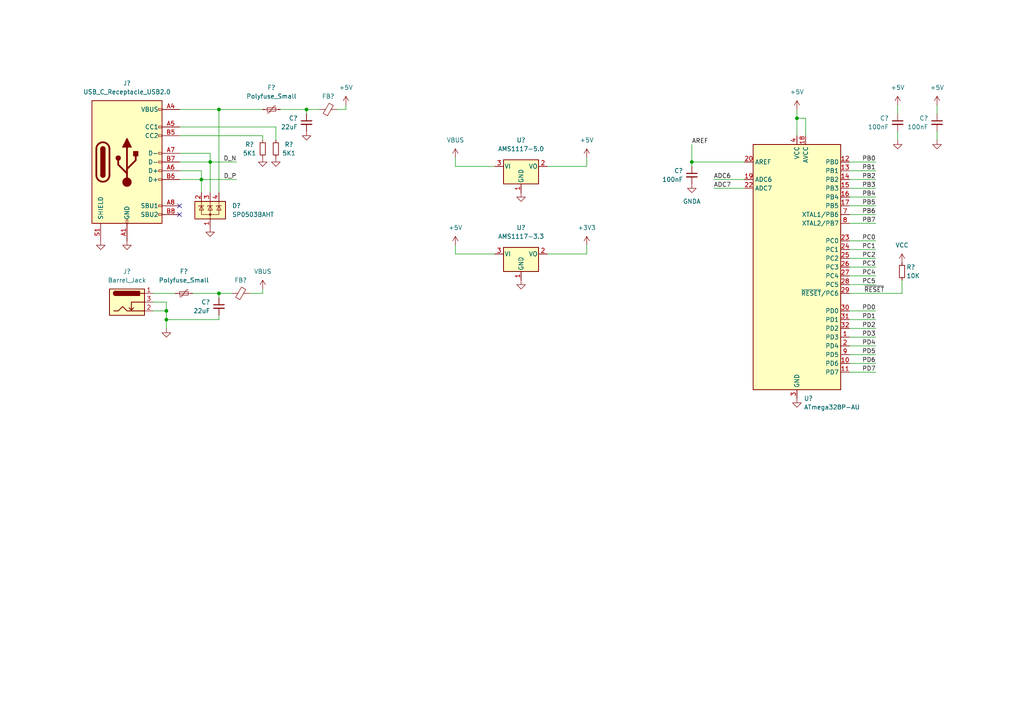
<source format=kicad_sch>
(kicad_sch (version 20211123) (generator eeschema)
  (paper "A4")
  (lib_symbols
    (symbol "Connector:Barrel_Jack_Switch" (pin_names hide)
      (property "Reference" "J" (at 0 5.334 0))
      (property "Value" "Barrel_Jack_Switch" (at 0 -5.08 0))
      (symbol "Barrel_Jack_Switch_0_1"
        (rectangle (start -5.08 3.81) (end 5.08 -3.81) (stroke (width 0.254)) (fill (type background)))
        (arc (start -3.302 3.175) (mid -3.937 2.54) (end -3.302 1.905) (stroke (width 0.254)))
        (arc (start -3.302 3.175) (mid -3.937 2.54) (end -3.302 1.905) (stroke (width 0.254)) (fill (type outline)))
        (polyline (pts (xy 1.27 -2.286) (xy 1.905 -1.651)) (stroke (width 0.254)))
        (polyline (pts (xy 5.08 2.54) (xy 3.81 2.54)) (stroke (width 0.254)))
        (polyline (pts (xy 5.08 0) (xy 1.27 0) (xy 1.27 -2.286) (xy 0.635 -1.651)) (stroke (width 0.254)))
        (polyline (pts (xy -3.81 -2.54) (xy -2.54 -2.54) (xy -1.27 -1.27) (xy 0 -2.54) (xy 2.54 -2.54) (xy 5.08 -2.54)) (stroke (width 0.254)))
        (rectangle (start 3.683 3.175) (end -3.302 1.905) (stroke (width 0.254)) (fill (type outline)))
      )
      (symbol "Barrel_Jack_Switch_1_1"
        (pin passive line (at 7.62 2.54 180) (length 2.54) (name "~") (number "1"))
        (pin passive line (at 7.62 -2.54 180) (length 2.54) (name "~") (number "2"))
        (pin passive line (at 7.62 0 180) (length 2.54) (name "~") (number "3"))
      )
    )
    (symbol "Connector:USB_C_Receptacle_USB2.0" (pin_names (offset 1.016))
      (property "Reference" "J" (at -10.16 19.05 0))
      (property "Value" "USB_C_Receptacle_USB2.0" (at 19.05 19.05 0))
      (symbol "USB_C_Receptacle_USB2.0_0_0"
        (rectangle (start -0.254 -17.78) (end 0.254 -16.764))
        (rectangle (start 10.16 -14.986) (end 9.144 -15.494))
        (rectangle (start 10.16 -12.446) (end 9.144 -12.954))
        (rectangle (start 10.16 -4.826) (end 9.144 -5.334))
        (rectangle (start 10.16 -2.286) (end 9.144 -2.794))
        (rectangle (start 10.16 0.254) (end 9.144 -0.254))
        (rectangle (start 10.16 2.794) (end 9.144 2.286))
        (rectangle (start 10.16 7.874) (end 9.144 7.366))
        (rectangle (start 10.16 10.414) (end 9.144 9.906))
        (rectangle (start 10.16 15.494) (end 9.144 14.986))
      )
      (symbol "USB_C_Receptacle_USB2.0_0_1"
        (rectangle (start -10.16 17.78) (end 10.16 -17.78) (stroke (width 0.254)) (fill (type background)))
        (arc (start -8.89 -3.81) (mid -6.985 -5.715) (end -5.08 -3.81) (stroke (width 0.508)))
        (arc (start -7.62 -3.81) (mid -6.985 -4.445) (end -6.35 -3.81) (stroke (width 0.254)))
        (arc (start -7.62 -3.81) (mid -6.985 -4.445) (end -6.35 -3.81) (stroke (width 0.254)) (fill (type outline)))
        (rectangle (start -7.62 -3.81) (end -6.35 3.81) (stroke (width 0.254)) (fill (type outline)))
        (arc (start -6.35 3.81) (mid -6.985 4.445) (end -7.62 3.81) (stroke (width 0.254)))
        (arc (start -6.35 3.81) (mid -6.985 4.445) (end -7.62 3.81) (stroke (width 0.254)) (fill (type outline)))
        (arc (start -5.08 3.81) (mid -6.985 5.715) (end -8.89 3.81) (stroke (width 0.508)))
        (circle (center -2.54 1.143) (radius 0.635) (stroke (width 0.254)) (fill (type outline)))
        (circle (center 0 -5.842) (radius 1.27) (fill (type outline)))
        (polyline (pts (xy -8.89 -3.81) (xy -8.89 3.81)) (stroke (width 0.508)))
        (polyline (pts (xy -5.08 3.81) (xy -5.08 -3.81)) (stroke (width 0.508)))
        (polyline (pts (xy 0 -5.842) (xy 0 4.318)) (stroke (width 0.508)))
        (polyline (pts (xy 0 -3.302) (xy -2.54 -0.762) (xy -2.54 0.508)) (stroke (width 0.508)))
        (polyline (pts (xy 0 -2.032) (xy 2.54 0.508) (xy 2.54 1.778)) (stroke (width 0.508)))
        (polyline (pts (xy -1.27 4.318) (xy 0 6.858) (xy 1.27 4.318) (xy -1.27 4.318)) (stroke (width 0.254)) (fill (type outline)))
        (rectangle (start 1.905 1.778) (end 3.175 3.048) (stroke (width 0.254)) (fill (type outline)))
      )
      (symbol "USB_C_Receptacle_USB2.0_1_1"
        (pin passive line (at 0 -22.86 90) (length 5.08) (name "GND") (number "A1"))
        (pin passive line (at 0 -22.86 90) (length 5.08) hide (name "GND") (number "A12"))
        (pin passive line (at 15.24 15.24 180) (length 5.08) (name "VBUS") (number "A4"))
        (pin bidirectional line (at 15.24 10.16 180) (length 5.08) (name "CC1") (number "A5"))
        (pin bidirectional line (at 15.24 -2.54 180) (length 5.08) (name "D+") (number "A6"))
        (pin bidirectional line (at 15.24 2.54 180) (length 5.08) (name "D-") (number "A7"))
        (pin bidirectional line (at 15.24 -12.7 180) (length 5.08) (name "SBU1") (number "A8"))
        (pin passive line (at 15.24 15.24 180) (length 5.08) hide (name "VBUS") (number "A9"))
        (pin passive line (at 0 -22.86 90) (length 5.08) hide (name "GND") (number "B1"))
        (pin passive line (at 0 -22.86 90) (length 5.08) hide (name "GND") (number "B12"))
        (pin passive line (at 15.24 15.24 180) (length 5.08) hide (name "VBUS") (number "B4"))
        (pin bidirectional line (at 15.24 7.62 180) (length 5.08) (name "CC2") (number "B5"))
        (pin bidirectional line (at 15.24 -5.08 180) (length 5.08) (name "D+") (number "B6"))
        (pin bidirectional line (at 15.24 0 180) (length 5.08) (name "D-") (number "B7"))
        (pin bidirectional line (at 15.24 -15.24 180) (length 5.08) (name "SBU2") (number "B8"))
        (pin passive line (at 15.24 15.24 180) (length 5.08) hide (name "VBUS") (number "B9"))
        (pin passive line (at -7.62 -22.86 90) (length 5.08) (name "SHIELD") (number "S1"))
      )
    )
    (symbol "Device:C_Small" (pin_numbers hide) (pin_names (offset 0.254) hide)
      (property "Reference" "C" (at 0.254 1.778 0))
      (property "Value" "C_Small" (at 0.254 -2.032 0))
      (symbol "C_Small_0_1"
        (polyline (pts (xy -1.524 -0.508) (xy 1.524 -0.508)) (stroke (width 0.3302)))
        (polyline (pts (xy -1.524 0.508) (xy 1.524 0.508)) (stroke (width 0.3048)))
      )
      (symbol "C_Small_1_1"
        (pin passive line (at 0 2.54 270) (length 2.032) (name "~") (number "1"))
        (pin passive line (at 0 -2.54 90) (length 2.032) (name "~") (number "2"))
      )
    )
    (symbol "Device:FerriteBead_Small" (pin_numbers hide) (pin_names (offset 0))
      (property "Reference" "FB" (at 1.905 1.27 0))
      (property "Value" "FerriteBead_Small" (at 1.905 -1.27 0))
      (symbol "FerriteBead_Small_0_1"
        (polyline (pts (xy 0 -1.27) (xy 0 -0.7874)))
        (polyline (pts (xy 0 0.889) (xy 0 1.2954)))
        (polyline (pts (xy -1.8288 0.2794) (xy -1.1176 1.4986) (xy 1.8288 -0.2032) (xy 1.1176 -1.4224) (xy -1.8288 0.2794)))
      )
      (symbol "FerriteBead_Small_1_1"
        (pin passive line (at 0 2.54 270) (length 1.27) (name "~") (number "1"))
        (pin passive line (at 0 -2.54 90) (length 1.27) (name "~") (number "2"))
      )
    )
    (symbol "Device:Polyfuse_Small" (pin_numbers hide) (pin_names (offset 0))
      (property "Reference" "F" (at -1.905 0 90))
      (property "Value" "Polyfuse_Small" (at 1.905 0 90))
      (symbol "Polyfuse_Small_0_1"
        (rectangle (start -0.508 1.27) (end 0.508 -1.27))
        (polyline (pts (xy 0 2.54) (xy 0 -2.54)))
        (polyline (pts (xy -1.016 1.27) (xy -1.016 0.762) (xy 1.016 -0.762) (xy 1.016 -1.27)))
      )
      (symbol "Polyfuse_Small_1_1"
        (pin passive line (at 0 2.54 270) (length 0.635) (name "~") (number "1"))
        (pin passive line (at 0 -2.54 90) (length 0.635) (name "~") (number "2"))
      )
    )
    (symbol "Device:R_Small" (pin_numbers hide) (pin_names (offset 0.254) hide)
      (property "Reference" "R" (at 0.762 0.508 0))
      (property "Value" "R_Small" (at 0.762 -1.016 0))
      (symbol "R_Small_0_1"
        (rectangle (start -0.762 1.778) (end 0.762 -1.778) (stroke (width 0.2032)))
      )
      (symbol "R_Small_1_1"
        (pin passive line (at 0 2.54 270) (length 0.762) (name "~") (number "1"))
        (pin passive line (at 0 -2.54 90) (length 0.762) (name "~") (number "2"))
      )
    )
    (symbol "MCU_Microchip_ATmega:ATmega328P-A"
      (property "Reference" "U" (at -12.7 36.83 0))
      (property "Value" "ATmega328P-A" (at 2.54 -36.83 0))
      (symbol "ATmega328P-A_0_1"
        (rectangle (start -12.7 -35.56) (end 12.7 35.56) (stroke (width 0.254)) (fill (type background)))
      )
      (symbol "ATmega328P-A_1_1"
        (pin bidirectional line (at 15.24 -20.32 180) (length 2.54) (name "PD3") (number "1"))
        (pin bidirectional line (at 15.24 -27.94 180) (length 2.54) (name "PD6") (number "10"))
        (pin bidirectional line (at 15.24 -30.48 180) (length 2.54) (name "PD7") (number "11"))
        (pin bidirectional line (at 15.24 30.48 180) (length 2.54) (name "PB0") (number "12"))
        (pin bidirectional line (at 15.24 27.94 180) (length 2.54) (name "PB1") (number "13"))
        (pin bidirectional line (at 15.24 25.4 180) (length 2.54) (name "PB2") (number "14"))
        (pin bidirectional line (at 15.24 22.86 180) (length 2.54) (name "PB3") (number "15"))
        (pin bidirectional line (at 15.24 20.32 180) (length 2.54) (name "PB4") (number "16"))
        (pin bidirectional line (at 15.24 17.78 180) (length 2.54) (name "PB5") (number "17"))
        (pin power_in line (at 2.54 38.1 270) (length 2.54) (name "AVCC") (number "18"))
        (pin input line (at -15.24 25.4 0) (length 2.54) (name "ADC6") (number "19"))
        (pin bidirectional line (at 15.24 -22.86 180) (length 2.54) (name "PD4") (number "2"))
        (pin passive line (at -15.24 30.48 0) (length 2.54) (name "AREF") (number "20"))
        (pin passive line (at 0 -38.1 90) (length 2.54) hide (name "GND") (number "21"))
        (pin input line (at -15.24 22.86 0) (length 2.54) (name "ADC7") (number "22"))
        (pin bidirectional line (at 15.24 7.62 180) (length 2.54) (name "PC0") (number "23"))
        (pin bidirectional line (at 15.24 5.08 180) (length 2.54) (name "PC1") (number "24"))
        (pin bidirectional line (at 15.24 2.54 180) (length 2.54) (name "PC2") (number "25"))
        (pin bidirectional line (at 15.24 0 180) (length 2.54) (name "PC3") (number "26"))
        (pin bidirectional line (at 15.24 -2.54 180) (length 2.54) (name "PC4") (number "27"))
        (pin bidirectional line (at 15.24 -5.08 180) (length 2.54) (name "PC5") (number "28"))
        (pin bidirectional line (at 15.24 -7.62 180) (length 2.54) (name "~{RESET}/PC6") (number "29"))
        (pin power_in line (at 0 -38.1 90) (length 2.54) (name "GND") (number "3"))
        (pin bidirectional line (at 15.24 -12.7 180) (length 2.54) (name "PD0") (number "30"))
        (pin bidirectional line (at 15.24 -15.24 180) (length 2.54) (name "PD1") (number "31"))
        (pin bidirectional line (at 15.24 -17.78 180) (length 2.54) (name "PD2") (number "32"))
        (pin power_in line (at 0 38.1 270) (length 2.54) (name "VCC") (number "4"))
        (pin passive line (at 0 -38.1 90) (length 2.54) hide (name "GND") (number "5"))
        (pin passive line (at 0 38.1 270) (length 2.54) hide (name "VCC") (number "6"))
        (pin bidirectional line (at 15.24 15.24 180) (length 2.54) (name "XTAL1/PB6") (number "7"))
        (pin bidirectional line (at 15.24 12.7 180) (length 2.54) (name "XTAL2/PB7") (number "8"))
        (pin bidirectional line (at 15.24 -25.4 180) (length 2.54) (name "PD5") (number "9"))
      )
    )
    (symbol "Power_Protection:SP0503BAHT" (pin_names hide)
      (property "Reference" "D" (at 5.715 2.54 0))
      (property "Value" "SP0503BAHT" (at 5.715 0.635 0))
      (symbol "SP0503BAHT_0_0"
        (pin passive line (at 0 -5.08 90) (length 2.54) (name "A") (number "1"))
      )
      (symbol "SP0503BAHT_0_1"
        (rectangle (start -4.445 2.54) (end 4.445 -2.54) (stroke (width 0.254)) (fill (type background)))
        (circle (center 0 -1.27) (radius 0.254) (fill (type outline)))
        (polyline (pts (xy -2.54 2.54) (xy -2.54 1.27)))
        (polyline (pts (xy 0 -1.27) (xy 0 -2.54)))
        (polyline (pts (xy 0 -1.27) (xy 0 1.27)))
        (polyline (pts (xy 0 2.54) (xy 0 1.27)))
        (polyline (pts (xy 0.635 1.27) (xy 0.762 1.27)))
        (polyline (pts (xy 2.54 2.54) (xy 2.54 1.27)))
        (polyline (pts (xy 0.635 1.27) (xy -0.762 1.27) (xy -0.762 1.016)))
        (polyline (pts (xy -3.302 1.016) (xy -3.302 1.27) (xy -1.905 1.27) (xy -1.778 1.27)))
        (polyline (pts (xy -2.54 1.27) (xy -2.54 -1.27) (xy 2.54 -1.27) (xy 2.54 1.27)))
        (polyline (pts (xy -2.54 1.27) (xy -1.905 0) (xy -3.175 0) (xy -2.54 1.27)))
        (polyline (pts (xy 0.635 0) (xy -0.635 0) (xy 0 1.27) (xy 0.635 0)))
        (polyline (pts (xy 1.778 1.016) (xy 1.778 1.27) (xy 3.175 1.27) (xy 3.302 1.27)))
        (polyline (pts (xy 2.54 1.27) (xy 1.905 0) (xy 3.175 0) (xy 2.54 1.27)))
      )
      (symbol "SP0503BAHT_1_1"
        (pin passive line (at -2.54 5.08 270) (length 2.54) (name "K") (number "2"))
        (pin passive line (at 0 5.08 270) (length 2.54) (name "K") (number "3"))
        (pin passive line (at 2.54 5.08 270) (length 2.54) (name "K") (number "4"))
      )
    )
    (symbol "Regulator_Linear:AMS1117-3.3" (pin_names (offset 0.254))
      (property "Reference" "U" (at -3.81 3.175 0))
      (property "Value" "AMS1117-3.3" (at 0 3.175 0))
      (symbol "AMS1117-3.3_0_1"
        (rectangle (start -5.08 -5.08) (end 5.08 1.905) (stroke (width 0.254)) (fill (type background)))
      )
      (symbol "AMS1117-3.3_1_1"
        (pin power_in line (at 0 -7.62 90) (length 2.54) (name "GND") (number "1"))
        (pin power_out line (at 7.62 0 180) (length 2.54) (name "VO") (number "2"))
        (pin power_in line (at -7.62 0 0) (length 2.54) (name "VI") (number "3"))
      )
    )
    (symbol "Regulator_Linear:AMS1117-5.0" (pin_names (offset 0.254))
      (property "Reference" "U" (at -3.81 3.175 0))
      (property "Value" "AMS1117-5.0" (at 0 3.175 0))
      (symbol "AMS1117-5.0_0_1"
        (rectangle (start -5.08 -5.08) (end 5.08 1.905) (stroke (width 0.254)) (fill (type background)))
      )
      (symbol "AMS1117-5.0_1_1"
        (pin power_in line (at 0 -7.62 90) (length 2.54) (name "GND") (number "1"))
        (pin power_out line (at 7.62 0 180) (length 2.54) (name "VO") (number "2"))
        (pin power_in line (at -7.62 0 0) (length 2.54) (name "VI") (number "3"))
      )
    )
    (symbol "power:+3V3" (power) (pin_names (offset 0))
      (property "Value" "+3V3" (at 0 3.556 0))
      (symbol "+3V3_0_1"
        (polyline (pts (xy -0.762 1.27) (xy 0 2.54)))
        (polyline (pts (xy 0 0) (xy 0 2.54)))
        (polyline (pts (xy 0 2.54) (xy 0.762 1.27)))
      )
      (symbol "+3V3_1_1"
        (pin power_in line (at 0 0 90) (length 0) hide (name "+3V3") (number "1"))
      )
    )
    (symbol "power:+5V" (power) (pin_names (offset 0))
      (property "Value" "+5V" (at 0 3.556 0))
      (symbol "+5V_0_1"
        (polyline (pts (xy -0.762 1.27) (xy 0 2.54)))
        (polyline (pts (xy 0 0) (xy 0 2.54)))
        (polyline (pts (xy 0 2.54) (xy 0.762 1.27)))
      )
      (symbol "+5V_1_1"
        (pin power_in line (at 0 0 90) (length 0) hide (name "+5V") (number "1"))
      )
    )
    (symbol "power:GND" (power) (pin_names (offset 0))
      (property "Value" "GND" (at 0 -3.81 0))
      (symbol "GND_0_1"
        (polyline (pts (xy 0 0) (xy 0 -1.27) (xy 1.27 -1.27) (xy 0 -2.54) (xy -1.27 -1.27) (xy 0 -1.27)))
      )
      (symbol "GND_1_1"
        (pin power_in line (at 0 0 270) (length 0) hide (name "GND") (number "1"))
      )
    )
    (symbol "power:GNDA" (power) (pin_names (offset 0))
      (property "Value" "GNDA" (at 0 -3.81 0))
      (symbol "GNDA_0_1"
        (polyline (pts (xy 0 0) (xy 0 -1.27) (xy 1.27 -1.27) (xy 0 -2.54) (xy -1.27 -1.27) (xy 0 -1.27)))
      )
      (symbol "GNDA_1_1"
        (pin power_in line (at 0 0 270) (length 0) hide (name "GNDA") (number "1"))
      )
    )
    (symbol "power:VBUS" (power) (pin_names (offset 0))
      (property "Value" "VBUS" (at 0 3.81 0))
      (symbol "VBUS_0_1"
        (polyline (pts (xy -0.762 1.27) (xy 0 2.54)))
        (polyline (pts (xy 0 0) (xy 0 2.54)))
        (polyline (pts (xy 0 2.54) (xy 0.762 1.27)))
      )
      (symbol "VBUS_1_1"
        (pin power_in line (at 0 0 90) (length 0) hide (name "VBUS") (number "1"))
      )
    )
    (symbol "power:VCC" (power) (pin_names (offset 0))
      (property "Value" "VCC" (at 0 3.81 0))
      (symbol "VCC_0_1"
        (polyline (pts (xy -0.762 1.27) (xy 0 2.54)))
        (polyline (pts (xy 0 0) (xy 0 2.54)))
        (polyline (pts (xy 0 2.54) (xy 0.762 1.27)))
      )
      (symbol "VCC_1_1"
        (pin power_in line (at 0 0 90) (length 0) hide (name "VCC") (number "1"))
      )
    )
  )
  (junction (at 48.26 90.17))
  (junction (at 231.14 34.29))
  (junction (at 60.96 46.99))
  (junction (at 88.9 31.75))
  (junction (at 200.66 46.99))
  (junction (at 58.42 52.07))
  (junction (at 48.26 92.71))
  (junction (at 63.5 31.75))
  (junction (at 63.5 85.09))
  (no_connect (at 52.07 59.69))
  (no_connect (at 52.07 62.23))
  (wire (pts (xy 260.35 30.48) (xy 260.35 33.02)))
  (wire (pts (xy 246.38 85.09) (xy 261.62 85.09)))
  (wire (pts (xy 261.62 81.28) (xy 261.62 85.09)))
  (wire (pts (xy 260.35 38.1) (xy 260.35 40.64)))
  (wire (pts (xy 132.08 48.26) (xy 132.08 45.72)))
  (wire (pts (xy 60.96 46.99) (xy 68.58 46.99)))
  (wire (pts (xy 60.96 46.99) (xy 60.96 55.88)))
  (wire (pts (xy 246.38 90.17) (xy 254 90.17)))
  (wire (pts (xy 52.07 46.99) (xy 60.96 46.99)))
  (wire (pts (xy 246.38 97.79) (xy 254 97.79)))
  (wire (pts (xy 143.51 73.66) (xy 132.08 73.66)))
  (wire (pts (xy 233.68 39.37) (xy 233.68 34.29)))
  (wire (pts (xy 200.66 48.26) (xy 200.66 46.99)))
  (wire (pts (xy 63.5 86.36) (xy 63.5 85.09)))
  (wire (pts (xy 246.38 74.93) (xy 254 74.93)))
  (wire (pts (xy 58.42 52.07) (xy 58.42 55.88)))
  (wire (pts (xy 246.38 80.01) (xy 254 80.01)))
  (wire (pts (xy 48.26 95.25) (xy 48.26 92.71)))
  (wire (pts (xy 246.38 49.53) (xy 254 49.53)))
  (wire (pts (xy 76.2 83.82) (xy 76.2 85.09)))
  (wire (pts (xy 246.38 54.61) (xy 254 54.61)))
  (wire (pts (xy 246.38 64.77) (xy 254 64.77)))
  (wire (pts (xy 44.45 87.63) (xy 48.26 87.63)))
  (wire (pts (xy 100.33 30.48) (xy 100.33 31.75)))
  (wire (pts (xy 63.5 31.75) (xy 76.2 31.75)))
  (wire (pts (xy 246.38 100.33) (xy 254 100.33)))
  (wire (pts (xy 52.07 36.83) (xy 80.01 36.83)))
  (wire (pts (xy 246.38 77.47) (xy 254 77.47)))
  (wire (pts (xy 88.9 33.02) (xy 88.9 31.75)))
  (wire (pts (xy 246.38 62.23) (xy 254 62.23)))
  (wire (pts (xy 170.18 71.12) (xy 170.18 73.66)))
  (wire (pts (xy 52.07 49.53) (xy 58.42 49.53)))
  (wire (pts (xy 246.38 92.71) (xy 254 92.71)))
  (wire (pts (xy 81.28 31.75) (xy 88.9 31.75)))
  (wire (pts (xy 246.38 72.39) (xy 254 72.39)))
  (wire (pts (xy 271.78 38.1) (xy 271.78 40.64)))
  (wire (pts (xy 58.42 49.53) (xy 58.42 52.07)))
  (wire (pts (xy 170.18 48.26) (xy 170.18 45.72)))
  (wire (pts (xy 246.38 95.25) (xy 254 95.25)))
  (wire (pts (xy 158.75 48.26) (xy 170.18 48.26)))
  (wire (pts (xy 246.38 82.55) (xy 254 82.55)))
  (wire (pts (xy 231.14 31.75) (xy 231.14 34.29)))
  (wire (pts (xy 215.9 46.99) (xy 200.66 46.99)))
  (wire (pts (xy 63.5 85.09) (xy 67.31 85.09)))
  (wire (pts (xy 246.38 105.41) (xy 254 105.41)))
  (wire (pts (xy 44.45 85.09) (xy 50.8 85.09)))
  (wire (pts (xy 48.26 90.17) (xy 44.45 90.17)))
  (wire (pts (xy 88.9 31.75) (xy 92.71 31.75)))
  (wire (pts (xy 52.07 39.37) (xy 76.2 39.37)))
  (wire (pts (xy 76.2 85.09) (xy 72.39 85.09)))
  (wire (pts (xy 246.38 69.85) (xy 254 69.85)))
  (wire (pts (xy 76.2 39.37) (xy 76.2 40.64)))
  (wire (pts (xy 231.14 34.29) (xy 231.14 39.37)))
  (wire (pts (xy 60.96 44.45) (xy 60.96 46.99)))
  (wire (pts (xy 58.42 52.07) (xy 68.58 52.07)))
  (wire (pts (xy 271.78 30.48) (xy 271.78 33.02)))
  (wire (pts (xy 143.51 48.26) (xy 132.08 48.26)))
  (wire (pts (xy 246.38 57.15) (xy 254 57.15)))
  (wire (pts (xy 80.01 36.83) (xy 80.01 40.64)))
  (wire (pts (xy 233.68 34.29) (xy 231.14 34.29)))
  (wire (pts (xy 207.01 52.07) (xy 215.9 52.07)))
  (wire (pts (xy 246.38 52.07) (xy 254 52.07)))
  (wire (pts (xy 170.18 73.66) (xy 158.75 73.66)))
  (wire (pts (xy 63.5 92.71) (xy 48.26 92.71)))
  (wire (pts (xy 52.07 44.45) (xy 60.96 44.45)))
  (wire (pts (xy 48.26 87.63) (xy 48.26 90.17)))
  (wire (pts (xy 63.5 31.75) (xy 63.5 55.88)))
  (wire (pts (xy 246.38 46.99) (xy 254 46.99)))
  (wire (pts (xy 246.38 107.95) (xy 254 107.95)))
  (wire (pts (xy 100.33 31.75) (xy 97.79 31.75)))
  (wire (pts (xy 63.5 91.44) (xy 63.5 92.71)))
  (wire (pts (xy 246.38 59.69) (xy 254 59.69)))
  (wire (pts (xy 200.66 46.99) (xy 200.66 41.91)))
  (wire (pts (xy 132.08 73.66) (xy 132.08 71.12)))
  (wire (pts (xy 55.88 85.09) (xy 63.5 85.09)))
  (wire (pts (xy 52.07 31.75) (xy 63.5 31.75)))
  (wire (pts (xy 207.01 54.61) (xy 215.9 54.61)))
  (wire (pts (xy 48.26 92.71) (xy 48.26 90.17)))
  (wire (pts (xy 246.38 102.87) (xy 254 102.87)))
  (wire (pts (xy 52.07 52.07) (xy 58.42 52.07)))
  (label "PB2" (at 254 52.07 180))
  (label "ADC6" (at 207.01 52.07 0))
  (label "PD1" (at 254 92.71 180))
  (label "PB5" (at 254 59.69 180))
  (label "PC4" (at 254 80.01 180))
  (label "AREF" (at 200.66 41.91 0))
  (label "PC3" (at 254 77.47 180))
  (label "PB3" (at 254 54.61 180))
  (label "PB1" (at 254 49.53 180))
  (label "~{RESET}" (at 256.54 85.09 180))
  (label "PD7" (at 254 107.95 180))
  (label "PC2" (at 254 74.93 180))
  (label "PB7" (at 254 64.77 180))
  (label "ADC7" (at 207.01 54.61 0))
  (label "D_P" (at 68.58 52.07 180))
  (label "PD5" (at 254 102.87 180))
  (label "PB4" (at 254 57.15 180))
  (label "D_N" (at 68.58 46.99 180))
  (label "PD6" (at 254 105.41 180))
  (label "PD0" (at 254 90.17 180))
  (label "PD3" (at 254 97.79 180))
  (label "PD2" (at 254 95.25 180))
  (label "PB6" (at 254 62.23 180))
  (label "PC5" (at 254 82.55 180))
  (label "PB0" (at 254 46.99 180))
  (label "PC1" (at 254 72.39 180))
  (label "PC0" (at 254 69.85 180))
  (label "PD4" (at 254 100.33 180))
  (symbol (lib_id "power:GNDA") (at 200.66 53.34 0) (unit 1)
    (property "Reference" "#PWR?" (effects hide))
    (property "Value" "GNDA" (at 200.66 58.42 0))
  )
  (symbol (lib_id "Device:FerriteBead_Small") (at 69.85 85.09 90) (unit 1)
    (property "Reference" "FB?" (at 69.8119 81.28 90))
    (property "Value" "FerriteBead_Small" (effects hide))
  )
  (symbol (lib_id "power:VBUS") (at 76.2 83.82 0) (unit 1)
    (property "Reference" "#PWR?" (effects hide))
    (property "Value" "VBUS" (at 76.2 78.74 0))
  )
  (symbol (lib_id "power:VCC") (at 261.62 76.2 0) (unit 1)
    (property "Reference" "#PWR?" (effects hide))
    (property "Value" "VCC" (at 261.62 71.12 0))
  )
  (symbol (lib_id "Device:R_Small") (at 261.62 78.74 0) (unit 1)
    (property "Reference" "R?" (at 262.89 77.47 0) (effects (justify left)))
    (property "Value" "10K" (at 262.89 80.01 0) (effects (justify left)))
    (property "Footprint" "Resistor_SMD:R_0603_1608Metric" (effects hide))
    (property "LCSC" "C25804" (effects hide))
  )
  (symbol (lib_id "power:+3V3") (at 170.18 71.12 0) (unit 1)
    (property "Reference" "#PWR?" (effects hide))
    (property "Value" "+3V3" (at 170.18 66.04 0))
  )
  (symbol (lib_id "power:+5V") (at 271.78 30.48 0) (unit 1)
    (property "Reference" "#PWR?" (effects hide))
    (property "Value" "+5V" (at 271.78 25.4 0))
  )
  (symbol (lib_id "power:GND") (at 48.26 95.25 0) (unit 1)
    (property "Reference" "#PWR?" (effects hide))
    (property "Value" "GND" (effects hide))
  )
  (symbol (lib_id "Device:R_Small") (at 76.2 43.18 180) (unit 1)
    (property "Reference" "R?" (at 72.39 41.91 0))
    (property "Value" "5K1" (at 72.39 44.45 0))
  )
  (symbol (lib_id "Device:C_Small") (at 88.9 35.56 0) (mirror y) (unit 1)
    (property "Reference" "C?" (at 86.36 34.29 0) (effects (justify left)))
    (property "Value" "22uF" (at 86.36 36.83 0) (effects (justify left)))
  )
  (symbol (lib_id "Device:C_Small") (at 271.78 35.56 0) (mirror y) (unit 1)
    (property "Reference" "C?" (at 269.24 34.29 0) (effects (justify left)))
    (property "Value" "100nF" (at 269.24 36.83 0) (effects (justify left)))
  )
  (symbol (lib_id "power:GND") (at 88.9 38.1 0) (unit 1)
    (property "Reference" "#PWR?" (effects hide))
    (property "Value" "GND" (effects hide))
  )
  (symbol (lib_id "MCU_Microchip_ATmega:ATmega328P-A") (at 231.14 77.47 0) (unit 1)
    (property "Reference" "U?" (at 233.1594 115.57 0) (effects (justify left)))
    (property "Value" "ATmega328P-AU" (at 233.1594 118.11 0) (effects (justify left)))
    (property "Footprint" "Package_QFP:TQFP-32_7x7mm_P0.8mm" (effects hide))
    (property "Datasheet" "https://datasheet.lcsc.com/lcsc/1809101618_Microchip-Tech-ATMEGA328P-AU_C14877.pdf" (effects hide))
    (property "LCSC" "C14877" (effects hide))
  )
  (symbol (lib_id "Device:C_Small") (at 63.5 88.9 0) (mirror y) (unit 1)
    (property "Reference" "C?" (at 60.96 87.63 0) (effects (justify left)))
    (property "Value" "22uF" (at 60.96 90.17 0) (effects (justify left)))
  )
  (symbol (lib_id "Regulator_Linear:AMS1117-5.0") (at 151.13 48.26 0) (unit 1)
    (property "Reference" "U?" (at 151.13 40.64 0))
    (property "Value" "AMS1117-5.0" (at 151.13 43.18 0))
    (property "Footprint" "Package_TO_SOT_SMD:SOT-223-3_TabPin2" (effects hide))
    (property "Datasheet" "http://www.advanced-monolithic.com/pdf/ds1117.pdf" (effects hide))
  )
  (symbol (lib_id "Power_Protection:SP0503BAHT") (at 60.96 60.96 0) (unit 1)
    (property "Reference" "D?" (at 67.31 59.6899 0) (effects (justify left)))
    (property "Value" "SP0503BAHT" (at 67.31 62.2299 0) (effects (justify left)))
    (property "Footprint" "Package_TO_SOT_SMD:SOT-143" (effects hide))
    (property "Datasheet" "http://www.littelfuse.com/~/media/files/littelfuse/technical%20resources/documents/data%20sheets/sp05xxba.pdf" (effects hide))
  )
  (symbol (lib_id "Regulator_Linear:AMS1117-3.3") (at 151.13 73.66 0) (unit 1)
    (property "Reference" "U?" (at 151.13 66.04 0))
    (property "Value" "AMS1117-3.3" (at 151.13 68.58 0))
    (property "Footprint" "Package_TO_SOT_SMD:SOT-223-3_TabPin2" (effects hide))
    (property "Datasheet" "http://www.advanced-monolithic.com/pdf/ds1117.pdf" (effects hide))
  )
  (symbol (lib_id "power:GND") (at 76.2 45.72 0) (unit 1)
    (property "Reference" "#PWR?" (effects hide))
    (property "Value" "GND" (effects hide))
  )
  (symbol (lib_id "power:GND") (at 29.21 69.85 0) (unit 1)
    (property "Reference" "#PWR?" (effects hide))
    (property "Value" "GND" (effects hide))
  )
  (symbol (lib_id "power:+5V") (at 132.08 71.12 0) (unit 1)
    (property "Reference" "#PWR?" (effects hide))
    (property "Value" "+5V" (at 132.08 66.04 0))
  )
  (symbol (lib_id "power:GND") (at 60.96 66.04 0) (unit 1)
    (property "Reference" "#PWR?" (effects hide))
    (property "Value" "GND" (effects hide))
  )
  (symbol (lib_id "power:GND") (at 231.14 115.57 0) (unit 1)
    (property "Reference" "#PWR?" (effects hide))
    (property "Value" "GND" (effects hide))
  )
  (symbol (lib_id "power:+5V") (at 170.18 45.72 0) (unit 1)
    (property "Reference" "#PWR?" (effects hide))
    (property "Value" "+5V" (at 170.18 40.64 0))
  )
  (symbol (lib_id "Device:C_Small") (at 260.35 35.56 0) (mirror y) (unit 1)
    (property "Reference" "C?" (at 257.81 34.29 0) (effects (justify left)))
    (property "Value" "100nF" (at 257.81 36.83 0) (effects (justify left)))
  )
  (symbol (lib_id "power:GND") (at 151.13 81.28 0) (unit 1)
    (property "Reference" "#PWR?" (effects hide))
    (property "Value" "GND" (effects hide))
  )
  (symbol (lib_id "Device:Polyfuse_Small") (at 78.74 31.75 90) (unit 1)
    (property "Reference" "F?" (at 78.74 25.4 90))
    (property "Value" "Polyfuse_Small" (at 78.74 27.94 90))
  )
  (symbol (lib_id "power:GND") (at 80.01 45.72 0) (unit 1)
    (property "Reference" "#PWR?" (effects hide))
    (property "Value" "GND" (effects hide))
  )
  (symbol (lib_id "Device:FerriteBead_Small") (at 95.25 31.75 90) (unit 1)
    (property "Reference" "FB?" (at 95.2119 27.94 90))
    (property "Value" "FerriteBead_Small" (effects hide))
  )
  (symbol (lib_id "power:+5V") (at 260.35 30.48 0) (unit 1)
    (property "Reference" "#PWR?" (effects hide))
    (property "Value" "+5V" (at 260.35 25.4 0))
  )
  (symbol (lib_id "power:GND") (at 36.83 69.85 0) (unit 1)
    (property "Reference" "#PWR?" (effects hide))
    (property "Value" "GND" (effects hide))
  )
  (symbol (lib_id "Device:C_Small") (at 200.66 50.8 0) (mirror y) (unit 1)
    (property "Reference" "C?" (at 198.12 49.53 0) (effects (justify left)))
    (property "Value" "100nF" (at 198.12 52.07 0) (effects (justify left)))
  )
  (symbol (lib_id "Connector:Barrel_Jack_Switch") (at 36.83 87.63 0) (unit 1)
    (property "Reference" "J?" (at 36.83 78.74 0))
    (property "Value" "Barrel_Jack" (at 36.83 81.28 0))
    (property "Footprint" "Connector_BarrelJack:BarrelJack_Wuerth_6941xx301002" (effects hide))
  )
  (symbol (lib_id "power:+5V") (at 100.33 30.48 0) (unit 1)
    (property "Reference" "#PWR?" (effects hide))
    (property "Value" "+5V" (at 100.33 25.4 0))
  )
  (symbol (lib_id "power:VBUS") (at 132.08 45.72 0) (unit 1)
    (property "Reference" "#PWR?" (effects hide))
    (property "Value" "VBUS" (at 132.08 40.64 0))
  )
  (symbol (lib_id "power:GND") (at 271.78 40.64 0) (unit 1)
    (property "Reference" "#PWR?" (effects hide))
    (property "Value" "GND" (effects hide))
  )
  (symbol (lib_id "power:GND") (at 151.13 55.88 0) (unit 1)
    (property "Reference" "#PWR?" (effects hide))
    (property "Value" "GND" (effects hide))
  )
  (symbol (lib_id "Device:Polyfuse_Small") (at 53.34 85.09 90) (unit 1)
    (property "Reference" "F?" (at 53.34 78.74 90))
    (property "Value" "Polyfuse_Small" (at 53.34 81.28 90))
  )
  (symbol (lib_id "Connector:USB_C_Receptacle_USB2.0") (at 36.83 46.99 0) (unit 1)
    (property "Reference" "J?" (at 36.83 24.13 0))
    (property "Value" "USB_C_Receptacle_USB2.0" (at 36.83 26.67 0))
    (property "Datasheet" "https://www.usb.org/sites/default/files/documents/usb_type-c.zip" (effects hide))
  )
  (symbol (lib_id "power:GND") (at 260.35 40.64 0) (unit 1)
    (property "Reference" "#PWR?" (effects hide))
    (property "Value" "GND" (effects hide))
  )
  (symbol (lib_id "power:+5V") (at 231.14 31.75 0) (unit 1)
    (property "Reference" "#PWR?" (effects hide))
    (property "Value" "+5V" (at 231.14 26.67 0))
  )
  (symbol (lib_id "Device:R_Small") (at 80.01 43.18 0) (mirror x) (unit 1)
    (property "Reference" "R?" (at 83.82 41.91 0))
    (property "Value" "5K1" (at 83.82 44.45 0))
  )
)
</source>
